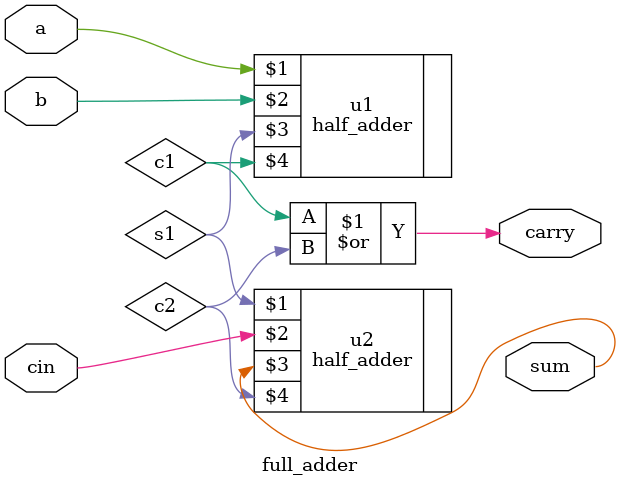
<source format=v>
/********************************************************************************************
Copyright 2019 - Maven Silicon Softech Pvt Ltd. 
 
All Rights Reserved.

This source code is an unpublished work belongs to Maven Silicon Softech Pvt Ltd.

It is not to be shared with or used by any third parties who have not enrolled for our paid training 

courses or received any written authorization from Maven Silicon.


Webpage     :      www.maven-silicon.com

Filename    :	   full_adder.v   

Description :      One bit Full adder Design

Author Name :      Susmita

Version     : 	   1.0
*********************************************************************************************/

module full_adder( a, b, cin,sum, carry);


   //Step1 : Write down the directions for the ports

   
   input a, b, cin ;  
   output sum, carry;	

   //Step2 : Declare the internal wires    
   // Since this full adder is implemented using half adders which would
   // require us to use internal wires
   wire s1, c1,c2;
   //Step3 : Instantiate the Half-Adders using name-based port mapping	
   half_adder u1( a, b,s1, c1);
   half_adder u2( s1, cin,sum, c2);   
 
   //Step4 : Instantiate the OR gate
   or u3(carry, c1, c2);

endmodule


</source>
